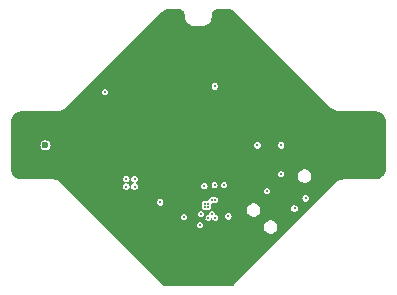
<source format=gbr>
%TF.GenerationSoftware,KiCad,Pcbnew,8.99.0-unknown-77b1d367df~178~ubuntu23.10.1*%
%TF.CreationDate,2024-10-31T14:46:16-04:00*%
%TF.ProjectId,nRF54L15_nPM2100_CR2032,6e524635-344c-4313-955f-6e504d323130,rev?*%
%TF.SameCoordinates,Original*%
%TF.FileFunction,Copper,L2,Inr*%
%TF.FilePolarity,Positive*%
%FSLAX46Y46*%
G04 Gerber Fmt 4.6, Leading zero omitted, Abs format (unit mm)*
G04 Created by KiCad (PCBNEW 8.99.0-unknown-77b1d367df~178~ubuntu23.10.1) date 2024-10-31 14:46:16*
%MOMM*%
%LPD*%
G01*
G04 APERTURE LIST*
%TA.AperFunction,ViaPad*%
%ADD10C,0.250000*%
%TD*%
%TA.AperFunction,ViaPad*%
%ADD11C,0.300000*%
%TD*%
%TA.AperFunction,ViaPad*%
%ADD12C,0.600000*%
%TD*%
G04 APERTURE END LIST*
D10*
%TO.N,GND*%
X190270000Y-63570000D03*
X189860000Y-58113800D03*
X186870000Y-61660000D03*
X186760000Y-59183800D03*
D11*
X182100000Y-51510000D03*
D10*
X185800000Y-60788800D03*
X192670000Y-58650000D03*
X193930000Y-61520000D03*
X186040000Y-61783800D03*
X194560000Y-61330000D03*
X190270000Y-65370000D03*
X189130000Y-59673800D03*
X190870000Y-59260000D03*
X188440000Y-61713800D03*
X188650000Y-62950000D03*
X189130000Y-61713800D03*
X194440000Y-59080000D03*
X188160000Y-62370000D03*
X185360000Y-59908800D03*
X195380000Y-59370000D03*
X190530000Y-61130000D03*
D11*
X183662500Y-51950000D03*
D10*
X189860000Y-58813800D03*
D12*
X190000000Y-55000000D03*
D10*
X192530000Y-60363800D03*
X185320000Y-58513800D03*
X192050000Y-59590000D03*
X190530000Y-61430000D03*
X187730000Y-61703800D03*
X185360000Y-59468800D03*
%TO.N,Net-(U1-DECA)*%
X190150000Y-61720000D03*
X188780000Y-61073800D03*
D12*
%TO.N,Net-(BT1-+)*%
X177050000Y-55000000D03*
D11*
%TO.N,VDD*%
X190500000Y-58460000D03*
X186760000Y-59823800D03*
D10*
X197000000Y-57400000D03*
D11*
X183890000Y-57850000D03*
X184590000Y-57850000D03*
X192530000Y-61003800D03*
X191400000Y-50000000D03*
D10*
%TO.N,Net-(J1-SWDIO)*%
X191430000Y-61130000D03*
D11*
X199080000Y-59480000D03*
%TO.N,Net-(J1-SWCLK)*%
X198140000Y-60340000D03*
D10*
X191130000Y-60830000D03*
%TO.N,Net-(J1-~{RESET})*%
X195810000Y-58850000D03*
X190830803Y-61130000D03*
%TO.N,Net-(U1-P1.00)*%
X192192500Y-58363800D03*
X190530000Y-60230803D03*
%TO.N,Net-(U1-P1.01)*%
X190530000Y-59930000D03*
X191367500Y-58363800D03*
%TO.N,/SDA*%
X190830801Y-59929168D03*
D11*
X183890000Y-58490000D03*
D10*
%TO.N,/SCL*%
X190830801Y-60229970D03*
D11*
X184590000Y-58490000D03*
D10*
%TO.N,/UART_TX*%
X191130000Y-59630000D03*
D11*
X195000000Y-55000000D03*
%TO.N,/UART_RX*%
X197000000Y-55000000D03*
D10*
X191430803Y-59630000D03*
%TO.N,/LED*%
X190230000Y-60830000D03*
X182100000Y-50490000D03*
%TD*%
%TA.AperFunction,Conductor*%
%TO.N,GND*%
G36*
X188253435Y-43420780D02*
G01*
X188381632Y-43435224D01*
X188395058Y-43438288D01*
X188421480Y-43447533D01*
X188513558Y-43479753D01*
X188525954Y-43485722D01*
X188632259Y-43552517D01*
X188643026Y-43561104D01*
X188731795Y-43649872D01*
X188740381Y-43660639D01*
X188807170Y-43766931D01*
X188813145Y-43779337D01*
X188815804Y-43786936D01*
X188854609Y-43897835D01*
X188857673Y-43911260D01*
X188872113Y-44039396D01*
X188872500Y-44046283D01*
X188872500Y-44136429D01*
X188906220Y-44305950D01*
X188906222Y-44305958D01*
X188972370Y-44465654D01*
X188972374Y-44465661D01*
X189068395Y-44609367D01*
X189068400Y-44609373D01*
X189190626Y-44731599D01*
X189190632Y-44731604D01*
X189334338Y-44827625D01*
X189334345Y-44827629D01*
X189334348Y-44827631D01*
X189494043Y-44893778D01*
X189663570Y-44927499D01*
X189663571Y-44927500D01*
X189663574Y-44927500D01*
X190336429Y-44927500D01*
X190336429Y-44927499D01*
X190505957Y-44893778D01*
X190665652Y-44827631D01*
X190809374Y-44731599D01*
X190931599Y-44609374D01*
X191027631Y-44465652D01*
X191093778Y-44305957D01*
X191127499Y-44136429D01*
X191127500Y-44136429D01*
X191127500Y-44046343D01*
X191127887Y-44039457D01*
X191129978Y-44020899D01*
X191142332Y-43911258D01*
X191145393Y-43897844D01*
X191186864Y-43779333D01*
X191192833Y-43766939D01*
X191259628Y-43660637D01*
X191268205Y-43649881D01*
X191356984Y-43561104D01*
X191367740Y-43552525D01*
X191474054Y-43485725D01*
X191486440Y-43479760D01*
X191604943Y-43438294D01*
X191618369Y-43435231D01*
X191746630Y-43420780D01*
X191753516Y-43420393D01*
X191779101Y-43420393D01*
X192435366Y-43420393D01*
X192435368Y-43420394D01*
X192462047Y-43420393D01*
X192466871Y-43420582D01*
X192596133Y-43430752D01*
X192605658Y-43432261D01*
X192729376Y-43461964D01*
X192738542Y-43464942D01*
X192856092Y-43513639D01*
X192864687Y-43518019D01*
X192973156Y-43584499D01*
X192980965Y-43590173D01*
X193079861Y-43674655D01*
X193083407Y-43677934D01*
X193107505Y-43702038D01*
X193107536Y-43702062D01*
X201224906Y-51819432D01*
X201225116Y-51819603D01*
X201265494Y-51859986D01*
X201371073Y-51936703D01*
X201409054Y-51964302D01*
X201409066Y-51964310D01*
X201409068Y-51964311D01*
X201409073Y-51964314D01*
X201567194Y-52044888D01*
X201567198Y-52044889D01*
X201735977Y-52099734D01*
X201911264Y-52127499D01*
X201962404Y-52127499D01*
X201962408Y-52127500D01*
X201974639Y-52127500D01*
X202000000Y-52127500D01*
X202029101Y-52127500D01*
X204970899Y-52127500D01*
X204996977Y-52127500D01*
X205003005Y-52127796D01*
X205164190Y-52143671D01*
X205176010Y-52146022D01*
X205328098Y-52192157D01*
X205339229Y-52196768D01*
X205409313Y-52234229D01*
X205479393Y-52271688D01*
X205489417Y-52278386D01*
X205612268Y-52379206D01*
X205620793Y-52387731D01*
X205721613Y-52510582D01*
X205728311Y-52520606D01*
X205803229Y-52660766D01*
X205807843Y-52671905D01*
X205853976Y-52823987D01*
X205856328Y-52835811D01*
X205872204Y-52996994D01*
X205872500Y-53003022D01*
X205872500Y-56996977D01*
X205872204Y-57003005D01*
X205856328Y-57164188D01*
X205853976Y-57176012D01*
X205807843Y-57328094D01*
X205803229Y-57339233D01*
X205728311Y-57479393D01*
X205721613Y-57489417D01*
X205620793Y-57612268D01*
X205612268Y-57620793D01*
X205489417Y-57721613D01*
X205479393Y-57728311D01*
X205339233Y-57803229D01*
X205328094Y-57807843D01*
X205176012Y-57853976D01*
X205164188Y-57856328D01*
X205003005Y-57872204D01*
X204996977Y-57872500D01*
X202383067Y-57872500D01*
X202382676Y-57872537D01*
X202325474Y-57872537D01*
X202150201Y-57900293D01*
X201981416Y-57955127D01*
X201981409Y-57955130D01*
X201823290Y-58035685D01*
X201679708Y-58139989D01*
X201679699Y-58139996D01*
X201638397Y-58181292D01*
X201638373Y-58181313D01*
X201618282Y-58201406D01*
X201618281Y-58201407D01*
X201616958Y-58202730D01*
X201598715Y-58220968D01*
X201592880Y-58226803D01*
X201592865Y-58226821D01*
X193223314Y-66596373D01*
X193223310Y-66596375D01*
X193220754Y-66598932D01*
X193220731Y-66598941D01*
X193139982Y-66679693D01*
X193035669Y-66823272D01*
X193035667Y-66823275D01*
X192988209Y-66916420D01*
X192952417Y-66946990D01*
X192933412Y-66950000D01*
X187066557Y-66950000D01*
X187023070Y-66931987D01*
X187011759Y-66916417D01*
X186964316Y-66823292D01*
X186955332Y-66810925D01*
X186860010Y-66679707D01*
X186838292Y-66657986D01*
X186821108Y-66640799D01*
X186821096Y-66640784D01*
X186794932Y-66614620D01*
X186772563Y-66592246D01*
X186772534Y-66592222D01*
X181900310Y-61719998D01*
X189892553Y-61719998D01*
X189892553Y-61720001D01*
X189912149Y-61818520D01*
X189912150Y-61818521D01*
X189967957Y-61902043D01*
X190051479Y-61957850D01*
X190149999Y-61977447D01*
X190150000Y-61977447D01*
X190150001Y-61977447D01*
X190199260Y-61967648D01*
X190248521Y-61957850D01*
X190332043Y-61902043D01*
X190374057Y-61839164D01*
X195550369Y-61839164D01*
X195550369Y-61989779D01*
X195589348Y-62135251D01*
X195589349Y-62135253D01*
X195589350Y-62135256D01*
X195664655Y-62265688D01*
X195771153Y-62372186D01*
X195901585Y-62447491D01*
X195901589Y-62447492D01*
X196047062Y-62486472D01*
X196047064Y-62486472D01*
X196197675Y-62486472D01*
X196261817Y-62469284D01*
X196343153Y-62447491D01*
X196473585Y-62372186D01*
X196580083Y-62265688D01*
X196655388Y-62135256D01*
X196670513Y-62078808D01*
X196694369Y-61989779D01*
X196694369Y-61839164D01*
X196655389Y-61693692D01*
X196655388Y-61693688D01*
X196580083Y-61563256D01*
X196473585Y-61456758D01*
X196343153Y-61381453D01*
X196343150Y-61381452D01*
X196343148Y-61381451D01*
X196197676Y-61342472D01*
X196197674Y-61342472D01*
X196047064Y-61342472D01*
X196047062Y-61342472D01*
X195901589Y-61381451D01*
X195901585Y-61381453D01*
X195771154Y-61456757D01*
X195771149Y-61456761D01*
X195664658Y-61563252D01*
X195664654Y-61563257D01*
X195589350Y-61693688D01*
X195589348Y-61693692D01*
X195550369Y-61839164D01*
X190374057Y-61839164D01*
X190387850Y-61818521D01*
X190407447Y-61720000D01*
X190402213Y-61693688D01*
X190387850Y-61621479D01*
X190332043Y-61537957D01*
X190248521Y-61482150D01*
X190248520Y-61482149D01*
X190150001Y-61462553D01*
X190149999Y-61462553D01*
X190051479Y-61482149D01*
X189967957Y-61537957D01*
X189912149Y-61621479D01*
X189892553Y-61719998D01*
X181900310Y-61719998D01*
X181254110Y-61073798D01*
X188522553Y-61073798D01*
X188522553Y-61073801D01*
X188542149Y-61172320D01*
X188560083Y-61199160D01*
X188597957Y-61255843D01*
X188636057Y-61281300D01*
X188681479Y-61311650D01*
X188779999Y-61331247D01*
X188780000Y-61331247D01*
X188780001Y-61331247D01*
X188829260Y-61321448D01*
X188878521Y-61311650D01*
X188962043Y-61255843D01*
X189017850Y-61172321D01*
X189026269Y-61129998D01*
X190573356Y-61129998D01*
X190573356Y-61130001D01*
X190592952Y-61228520D01*
X190592953Y-61228521D01*
X190648760Y-61312043D01*
X190694301Y-61342472D01*
X190732282Y-61367850D01*
X190830802Y-61387447D01*
X190830803Y-61387447D01*
X190830804Y-61387447D01*
X190880063Y-61377648D01*
X190929324Y-61367850D01*
X191012846Y-61312043D01*
X191068653Y-61228521D01*
X191070082Y-61221334D01*
X191096231Y-61182196D01*
X191142396Y-61173011D01*
X191181535Y-61199160D01*
X191190719Y-61221331D01*
X191192149Y-61228520D01*
X191192150Y-61228521D01*
X191247957Y-61312043D01*
X191293498Y-61342472D01*
X191331479Y-61367850D01*
X191429999Y-61387447D01*
X191430000Y-61387447D01*
X191430001Y-61387447D01*
X191479260Y-61377648D01*
X191528521Y-61367850D01*
X191612043Y-61312043D01*
X191667850Y-61228521D01*
X191687447Y-61130000D01*
X191681514Y-61100175D01*
X191667850Y-61031479D01*
X191653933Y-61010651D01*
X191649355Y-61003800D01*
X192248219Y-61003800D01*
X192265212Y-61100175D01*
X192265212Y-61100176D01*
X192265213Y-61100177D01*
X192265213Y-61100178D01*
X192314141Y-61184923D01*
X192314142Y-61184924D01*
X192314143Y-61184925D01*
X192389109Y-61247830D01*
X192481069Y-61281300D01*
X192578931Y-61281300D01*
X192670891Y-61247830D01*
X192745857Y-61184925D01*
X192794788Y-61100175D01*
X192811781Y-61003800D01*
X192794788Y-60907425D01*
X192785969Y-60892150D01*
X192745858Y-60822676D01*
X192745857Y-60822675D01*
X192670890Y-60759769D01*
X192578931Y-60726300D01*
X192481069Y-60726300D01*
X192466840Y-60731479D01*
X192389112Y-60759769D01*
X192389111Y-60759769D01*
X192389110Y-60759770D01*
X192346580Y-60795456D01*
X192314140Y-60822677D01*
X192265213Y-60907421D01*
X192265213Y-60907422D01*
X192265212Y-60907423D01*
X192265212Y-60907425D01*
X192248219Y-61003800D01*
X191649355Y-61003800D01*
X191612043Y-60947957D01*
X191551382Y-60907425D01*
X191528520Y-60892149D01*
X191434810Y-60873509D01*
X191395673Y-60847359D01*
X191386490Y-60825189D01*
X191367850Y-60731479D01*
X191312043Y-60647957D01*
X191228521Y-60592150D01*
X191228520Y-60592149D01*
X191130001Y-60572553D01*
X191129999Y-60572553D01*
X191031479Y-60592149D01*
X190947957Y-60647957D01*
X190892149Y-60731479D01*
X190873476Y-60825355D01*
X190847325Y-60864492D01*
X190825156Y-60873675D01*
X190732282Y-60892149D01*
X190648760Y-60947957D01*
X190592952Y-61031479D01*
X190573356Y-61129998D01*
X189026269Y-61129998D01*
X189032201Y-61100175D01*
X189037447Y-61073801D01*
X189037447Y-61073798D01*
X189017850Y-60975279D01*
X188991167Y-60935345D01*
X188962043Y-60891757D01*
X188878521Y-60835950D01*
X188878520Y-60835949D01*
X188848601Y-60829998D01*
X189972553Y-60829998D01*
X189972553Y-60830001D01*
X189992149Y-60928520D01*
X190010667Y-60956235D01*
X190047957Y-61012043D01*
X190131479Y-61067850D01*
X190229999Y-61087447D01*
X190230000Y-61087447D01*
X190230001Y-61087447D01*
X190298618Y-61073798D01*
X190328521Y-61067850D01*
X190412043Y-61012043D01*
X190467850Y-60928521D01*
X190483994Y-60847359D01*
X190487447Y-60830001D01*
X190487447Y-60829998D01*
X190467850Y-60731479D01*
X190412043Y-60647957D01*
X190328521Y-60592150D01*
X190328520Y-60592149D01*
X190230001Y-60572553D01*
X190229999Y-60572553D01*
X190131479Y-60592149D01*
X190047957Y-60647957D01*
X189992149Y-60731479D01*
X189972553Y-60829998D01*
X188848601Y-60829998D01*
X188780001Y-60816353D01*
X188779999Y-60816353D01*
X188681479Y-60835949D01*
X188597957Y-60891757D01*
X188542149Y-60975279D01*
X188522553Y-61073798D01*
X181254110Y-61073798D01*
X180004112Y-59823800D01*
X186478219Y-59823800D01*
X186495212Y-59920175D01*
X186495212Y-59920176D01*
X186495213Y-59920177D01*
X186495213Y-59920178D01*
X186544141Y-60004923D01*
X186544142Y-60004924D01*
X186544143Y-60004925D01*
X186619109Y-60067830D01*
X186711069Y-60101300D01*
X186808931Y-60101300D01*
X186900891Y-60067830D01*
X186975857Y-60004925D01*
X187019117Y-59929998D01*
X190272553Y-59929998D01*
X190272553Y-59930001D01*
X190292149Y-60028519D01*
X190303985Y-60046234D01*
X190313167Y-60092400D01*
X190303985Y-60114567D01*
X190292150Y-60132280D01*
X190292149Y-60132282D01*
X190272553Y-60230801D01*
X190272553Y-60230804D01*
X190292149Y-60329323D01*
X190292150Y-60329324D01*
X190347957Y-60412846D01*
X190430232Y-60467820D01*
X190431479Y-60468653D01*
X190529999Y-60488250D01*
X190530000Y-60488250D01*
X190530001Y-60488250D01*
X190579260Y-60478451D01*
X190628521Y-60468653D01*
X190646854Y-60456402D01*
X190693019Y-60447218D01*
X190715189Y-60456400D01*
X190732280Y-60467820D01*
X190781540Y-60477618D01*
X190830800Y-60487417D01*
X190830801Y-60487417D01*
X190830802Y-60487417D01*
X190880061Y-60477618D01*
X190929322Y-60467820D01*
X191012844Y-60412013D01*
X191019319Y-60402323D01*
X194113528Y-60402323D01*
X194113528Y-60552938D01*
X194152507Y-60698410D01*
X194152508Y-60698412D01*
X194152509Y-60698415D01*
X194227814Y-60828847D01*
X194334312Y-60935345D01*
X194464744Y-61010650D01*
X194464748Y-61010651D01*
X194610221Y-61049631D01*
X194610223Y-61049631D01*
X194760834Y-61049631D01*
X194828577Y-61031479D01*
X194906312Y-61010650D01*
X195036744Y-60935345D01*
X195143242Y-60828847D01*
X195218547Y-60698415D01*
X195247021Y-60592149D01*
X195257528Y-60552938D01*
X195257528Y-60402323D01*
X195240828Y-60340000D01*
X197858219Y-60340000D01*
X197875212Y-60436375D01*
X197875212Y-60436376D01*
X197875213Y-60436377D01*
X197875213Y-60436378D01*
X197924141Y-60521123D01*
X197924142Y-60521124D01*
X197924143Y-60521125D01*
X197999109Y-60584030D01*
X198091069Y-60617500D01*
X198188931Y-60617500D01*
X198280891Y-60584030D01*
X198355857Y-60521125D01*
X198404788Y-60436375D01*
X198421781Y-60340000D01*
X198404788Y-60243625D01*
X198396905Y-60229971D01*
X198355858Y-60158876D01*
X198355857Y-60158875D01*
X198280890Y-60095969D01*
X198188931Y-60062500D01*
X198091069Y-60062500D01*
X198044172Y-60079569D01*
X197999112Y-60095969D01*
X197999111Y-60095969D01*
X197999110Y-60095970D01*
X197977935Y-60113738D01*
X197924140Y-60158877D01*
X197875213Y-60243621D01*
X197875213Y-60243622D01*
X197875212Y-60243623D01*
X197875212Y-60243625D01*
X197858219Y-60340000D01*
X195240828Y-60340000D01*
X195218548Y-60256851D01*
X195218547Y-60256847D01*
X195143242Y-60126415D01*
X195036744Y-60019917D01*
X194906312Y-59944612D01*
X194906309Y-59944611D01*
X194906307Y-59944610D01*
X194760835Y-59905631D01*
X194760833Y-59905631D01*
X194610223Y-59905631D01*
X194610221Y-59905631D01*
X194464748Y-59944610D01*
X194464744Y-59944612D01*
X194334313Y-60019916D01*
X194334308Y-60019920D01*
X194227817Y-60126411D01*
X194227813Y-60126416D01*
X194152509Y-60256847D01*
X194152507Y-60256851D01*
X194113528Y-60402323D01*
X191019319Y-60402323D01*
X191068651Y-60328491D01*
X191085532Y-60243625D01*
X191088248Y-60229971D01*
X191088248Y-60229968D01*
X191068652Y-60131451D01*
X191065287Y-60126415D01*
X191056815Y-60113736D01*
X191047632Y-60067572D01*
X191056814Y-60045403D01*
X191068651Y-60027689D01*
X191070197Y-60019920D01*
X191087152Y-59934678D01*
X191113302Y-59895541D01*
X191135471Y-59886358D01*
X191194532Y-59874610D01*
X191228517Y-59867851D01*
X191228517Y-59867850D01*
X191228521Y-59867850D01*
X191246233Y-59856014D01*
X191292397Y-59846830D01*
X191314570Y-59856015D01*
X191332282Y-59867850D01*
X191430802Y-59887447D01*
X191430803Y-59887447D01*
X191430804Y-59887447D01*
X191480063Y-59877648D01*
X191529324Y-59867850D01*
X191612846Y-59812043D01*
X191668653Y-59728521D01*
X191682059Y-59661123D01*
X191688250Y-59630001D01*
X191688250Y-59629998D01*
X191668653Y-59531479D01*
X191634256Y-59480000D01*
X198798219Y-59480000D01*
X198815212Y-59576375D01*
X198815212Y-59576376D01*
X198815213Y-59576377D01*
X198815213Y-59576378D01*
X198864141Y-59661123D01*
X198864142Y-59661124D01*
X198864143Y-59661125D01*
X198939109Y-59724030D01*
X199031069Y-59757500D01*
X199128931Y-59757500D01*
X199220891Y-59724030D01*
X199295857Y-59661125D01*
X199344788Y-59576375D01*
X199361781Y-59480000D01*
X199344788Y-59383625D01*
X199338396Y-59372553D01*
X199295858Y-59298876D01*
X199295857Y-59298875D01*
X199220890Y-59235969D01*
X199128931Y-59202500D01*
X199031069Y-59202500D01*
X198978447Y-59221652D01*
X198939112Y-59235969D01*
X198939111Y-59235969D01*
X198939110Y-59235970D01*
X198896580Y-59271656D01*
X198864140Y-59298877D01*
X198815213Y-59383621D01*
X198815213Y-59383622D01*
X198815212Y-59383623D01*
X198815212Y-59383625D01*
X198798219Y-59480000D01*
X191634256Y-59480000D01*
X191612846Y-59447957D01*
X191529324Y-59392150D01*
X191529323Y-59392149D01*
X191430804Y-59372553D01*
X191430802Y-59372553D01*
X191332282Y-59392149D01*
X191332280Y-59392150D01*
X191314567Y-59403985D01*
X191268401Y-59413167D01*
X191246234Y-59403985D01*
X191236487Y-59397472D01*
X191228521Y-59392150D01*
X191228520Y-59392149D01*
X191228519Y-59392149D01*
X191130001Y-59372553D01*
X191129999Y-59372553D01*
X191031479Y-59392149D01*
X190947957Y-59447957D01*
X190892149Y-59531479D01*
X190873648Y-59624489D01*
X190847497Y-59663627D01*
X190825328Y-59672809D01*
X190732283Y-59691316D01*
X190732282Y-59691317D01*
X190732280Y-59691317D01*
X190732280Y-59691318D01*
X190731035Y-59692150D01*
X190713943Y-59703570D01*
X190667777Y-59712751D01*
X190645609Y-59703568D01*
X190628520Y-59692149D01*
X190530001Y-59672553D01*
X190529999Y-59672553D01*
X190431479Y-59692149D01*
X190347957Y-59747957D01*
X190292149Y-59831479D01*
X190272553Y-59929998D01*
X187019117Y-59929998D01*
X187024788Y-59920175D01*
X187041781Y-59823800D01*
X187024788Y-59727425D01*
X187004422Y-59692150D01*
X186975858Y-59642676D01*
X186975857Y-59642675D01*
X186900890Y-59579769D01*
X186808931Y-59546300D01*
X186711069Y-59546300D01*
X186658447Y-59565452D01*
X186619112Y-59579769D01*
X186619111Y-59579769D01*
X186619110Y-59579770D01*
X186576580Y-59615456D01*
X186544140Y-59642677D01*
X186495213Y-59727421D01*
X186495213Y-59727422D01*
X186495212Y-59727423D01*
X186495212Y-59727425D01*
X186478219Y-59823800D01*
X180004112Y-59823800D01*
X179030310Y-58849998D01*
X195552553Y-58849998D01*
X195552553Y-58850001D01*
X195572149Y-58948520D01*
X195572150Y-58948521D01*
X195627957Y-59032043D01*
X195711479Y-59087850D01*
X195809999Y-59107447D01*
X195810000Y-59107447D01*
X195810001Y-59107447D01*
X195859260Y-59097648D01*
X195908521Y-59087850D01*
X195992043Y-59032043D01*
X196047850Y-58948521D01*
X196067447Y-58850000D01*
X196047850Y-58751479D01*
X195992043Y-58667957D01*
X195908521Y-58612150D01*
X195908520Y-58612149D01*
X195810001Y-58592553D01*
X195809999Y-58592553D01*
X195711479Y-58612149D01*
X195627957Y-58667957D01*
X195572149Y-58751479D01*
X195552553Y-58849998D01*
X179030310Y-58849998D01*
X178412277Y-58231965D01*
X178412273Y-58231959D01*
X178401068Y-58220754D01*
X178401058Y-58220731D01*
X178320306Y-58139982D01*
X178212506Y-58061663D01*
X178176728Y-58035669D01*
X178176725Y-58035667D01*
X178018593Y-57955098D01*
X177849811Y-57900260D01*
X177732950Y-57881752D01*
X177674521Y-57872499D01*
X177674520Y-57872499D01*
X177585784Y-57872500D01*
X175003023Y-57872500D01*
X174996995Y-57872204D01*
X174835811Y-57856328D01*
X174823987Y-57853976D01*
X174810880Y-57850000D01*
X183608219Y-57850000D01*
X183625212Y-57946375D01*
X183625212Y-57946376D01*
X183625213Y-57946377D01*
X183625213Y-57946378D01*
X183674141Y-58031123D01*
X183674142Y-58031124D01*
X183749109Y-58094030D01*
X183799056Y-58112209D01*
X183833760Y-58144009D01*
X183835813Y-58191034D01*
X183804013Y-58225738D01*
X183799056Y-58227791D01*
X183749112Y-58245968D01*
X183674140Y-58308877D01*
X183625213Y-58393621D01*
X183625213Y-58393622D01*
X183625212Y-58393623D01*
X183625212Y-58393625D01*
X183608219Y-58490000D01*
X183625212Y-58586375D01*
X183625212Y-58586376D01*
X183625213Y-58586377D01*
X183625213Y-58586378D01*
X183674141Y-58671123D01*
X183674142Y-58671124D01*
X183674143Y-58671125D01*
X183749109Y-58734030D01*
X183841069Y-58767500D01*
X183938931Y-58767500D01*
X184030891Y-58734030D01*
X184105857Y-58671125D01*
X184154788Y-58586375D01*
X184171781Y-58490000D01*
X184154788Y-58393625D01*
X184137569Y-58363801D01*
X184105858Y-58308876D01*
X184105857Y-58308875D01*
X184030890Y-58245969D01*
X183980944Y-58227791D01*
X183946239Y-58195992D01*
X183944186Y-58148967D01*
X183975985Y-58114262D01*
X183980944Y-58112209D01*
X183997033Y-58106353D01*
X184030891Y-58094030D01*
X184105857Y-58031125D01*
X184154788Y-57946375D01*
X184171781Y-57850000D01*
X184308219Y-57850000D01*
X184325212Y-57946375D01*
X184325212Y-57946376D01*
X184325213Y-57946377D01*
X184325213Y-57946378D01*
X184374141Y-58031123D01*
X184374142Y-58031124D01*
X184449109Y-58094030D01*
X184499056Y-58112209D01*
X184533760Y-58144009D01*
X184535813Y-58191034D01*
X184504013Y-58225738D01*
X184499056Y-58227791D01*
X184449112Y-58245968D01*
X184374140Y-58308877D01*
X184325213Y-58393621D01*
X184325213Y-58393622D01*
X184325212Y-58393623D01*
X184325212Y-58393625D01*
X184308219Y-58490000D01*
X184325212Y-58586375D01*
X184325212Y-58586376D01*
X184325213Y-58586377D01*
X184325213Y-58586378D01*
X184374141Y-58671123D01*
X184374142Y-58671124D01*
X184374143Y-58671125D01*
X184449109Y-58734030D01*
X184541069Y-58767500D01*
X184638931Y-58767500D01*
X184730891Y-58734030D01*
X184805857Y-58671125D01*
X184854788Y-58586375D01*
X184871781Y-58490000D01*
X184866491Y-58460000D01*
X190218219Y-58460000D01*
X190235212Y-58556375D01*
X190235212Y-58556376D01*
X190235213Y-58556377D01*
X190235213Y-58556378D01*
X190284141Y-58641123D01*
X190284142Y-58641124D01*
X190284143Y-58641125D01*
X190359109Y-58704030D01*
X190451069Y-58737500D01*
X190548931Y-58737500D01*
X190640891Y-58704030D01*
X190715857Y-58641125D01*
X190764788Y-58556375D01*
X190781781Y-58460000D01*
X190764819Y-58363798D01*
X191110053Y-58363798D01*
X191110053Y-58363801D01*
X191129649Y-58462320D01*
X191129650Y-58462321D01*
X191185457Y-58545843D01*
X191246121Y-58586377D01*
X191268979Y-58601650D01*
X191367499Y-58621247D01*
X191367500Y-58621247D01*
X191367501Y-58621247D01*
X191416760Y-58611448D01*
X191466021Y-58601650D01*
X191549543Y-58545843D01*
X191605350Y-58462321D01*
X191615148Y-58413060D01*
X191624947Y-58363801D01*
X191624947Y-58363798D01*
X191935053Y-58363798D01*
X191935053Y-58363801D01*
X191954649Y-58462320D01*
X191954650Y-58462321D01*
X192010457Y-58545843D01*
X192071121Y-58586377D01*
X192093979Y-58601650D01*
X192192499Y-58621247D01*
X192192500Y-58621247D01*
X192192501Y-58621247D01*
X192241760Y-58611448D01*
X192291021Y-58601650D01*
X192374543Y-58545843D01*
X192430350Y-58462321D01*
X192440148Y-58413060D01*
X192449947Y-58363801D01*
X192449947Y-58363798D01*
X192430350Y-58265279D01*
X192417448Y-58245970D01*
X192374543Y-58181757D01*
X192312022Y-58139982D01*
X192291020Y-58125949D01*
X192192501Y-58106353D01*
X192192499Y-58106353D01*
X192093979Y-58125949D01*
X192010457Y-58181757D01*
X191954649Y-58265279D01*
X191935053Y-58363798D01*
X191624947Y-58363798D01*
X191605350Y-58265279D01*
X191592448Y-58245970D01*
X191549543Y-58181757D01*
X191487022Y-58139982D01*
X191466020Y-58125949D01*
X191367501Y-58106353D01*
X191367499Y-58106353D01*
X191268979Y-58125949D01*
X191185457Y-58181757D01*
X191129649Y-58265279D01*
X191110053Y-58363798D01*
X190764819Y-58363798D01*
X190764788Y-58363625D01*
X190733179Y-58308877D01*
X190715858Y-58278876D01*
X190715857Y-58278875D01*
X190640890Y-58215969D01*
X190548931Y-58182500D01*
X190451069Y-58182500D01*
X190427622Y-58191034D01*
X190359112Y-58215969D01*
X190359111Y-58215969D01*
X190359110Y-58215970D01*
X190340048Y-58231965D01*
X190284140Y-58278877D01*
X190235213Y-58363621D01*
X190235213Y-58363622D01*
X190235212Y-58363623D01*
X190235212Y-58363625D01*
X190218219Y-58460000D01*
X184866491Y-58460000D01*
X184854788Y-58393625D01*
X184837569Y-58363801D01*
X184805858Y-58308876D01*
X184805857Y-58308875D01*
X184730890Y-58245969D01*
X184680944Y-58227791D01*
X184646239Y-58195992D01*
X184644186Y-58148967D01*
X184675985Y-58114262D01*
X184680944Y-58112209D01*
X184697033Y-58106353D01*
X184730891Y-58094030D01*
X184805857Y-58031125D01*
X184854788Y-57946375D01*
X184871781Y-57850000D01*
X184854788Y-57753625D01*
X184811851Y-57679256D01*
X184805858Y-57668876D01*
X184805857Y-57668875D01*
X184730890Y-57605969D01*
X184638931Y-57572500D01*
X184541069Y-57572500D01*
X184514850Y-57582043D01*
X184449112Y-57605969D01*
X184449111Y-57605969D01*
X184449110Y-57605970D01*
X184431445Y-57620793D01*
X184374140Y-57668877D01*
X184325213Y-57753621D01*
X184325213Y-57753622D01*
X184325212Y-57753623D01*
X184325212Y-57753625D01*
X184308219Y-57850000D01*
X184171781Y-57850000D01*
X184154788Y-57753625D01*
X184111851Y-57679256D01*
X184105858Y-57668876D01*
X184105857Y-57668875D01*
X184030890Y-57605969D01*
X183938931Y-57572500D01*
X183841069Y-57572500D01*
X183814850Y-57582043D01*
X183749112Y-57605969D01*
X183749111Y-57605969D01*
X183749110Y-57605970D01*
X183731445Y-57620793D01*
X183674140Y-57668877D01*
X183625213Y-57753621D01*
X183625213Y-57753622D01*
X183625212Y-57753623D01*
X183625212Y-57753625D01*
X183608219Y-57850000D01*
X174810880Y-57850000D01*
X174671905Y-57807843D01*
X174660766Y-57803229D01*
X174520606Y-57728311D01*
X174510582Y-57721613D01*
X174387731Y-57620793D01*
X174379206Y-57612268D01*
X174278386Y-57489417D01*
X174271688Y-57479393D01*
X174229250Y-57399998D01*
X196742553Y-57399998D01*
X196742553Y-57400001D01*
X196762149Y-57498520D01*
X196762150Y-57498521D01*
X196817957Y-57582043D01*
X196901479Y-57637850D01*
X196999999Y-57657447D01*
X197000000Y-57657447D01*
X197000001Y-57657447D01*
X197049260Y-57647648D01*
X197098521Y-57637850D01*
X197182043Y-57582043D01*
X197217725Y-57528641D01*
X198424051Y-57528641D01*
X198424051Y-57679256D01*
X198463030Y-57824728D01*
X198463031Y-57824730D01*
X198463032Y-57824733D01*
X198538337Y-57955165D01*
X198644835Y-58061663D01*
X198775267Y-58136968D01*
X198775271Y-58136969D01*
X198920744Y-58175949D01*
X198920746Y-58175949D01*
X199071357Y-58175949D01*
X199172054Y-58148967D01*
X199216835Y-58136968D01*
X199347267Y-58061663D01*
X199453765Y-57955165D01*
X199529070Y-57824733D01*
X199548124Y-57753622D01*
X199568051Y-57679256D01*
X199568051Y-57528641D01*
X199529071Y-57383169D01*
X199529070Y-57383165D01*
X199453765Y-57252733D01*
X199347267Y-57146235D01*
X199216835Y-57070930D01*
X199216832Y-57070929D01*
X199216830Y-57070928D01*
X199071358Y-57031949D01*
X199071356Y-57031949D01*
X198920746Y-57031949D01*
X198920744Y-57031949D01*
X198775271Y-57070928D01*
X198775267Y-57070930D01*
X198644836Y-57146234D01*
X198644831Y-57146238D01*
X198538340Y-57252729D01*
X198538336Y-57252734D01*
X198463032Y-57383165D01*
X198463030Y-57383169D01*
X198424051Y-57528641D01*
X197217725Y-57528641D01*
X197237850Y-57498521D01*
X197257447Y-57400000D01*
X197254098Y-57383165D01*
X197237850Y-57301479D01*
X197232140Y-57292933D01*
X197182043Y-57217957D01*
X197110593Y-57170216D01*
X197098520Y-57162149D01*
X197000001Y-57142553D01*
X196999999Y-57142553D01*
X196901479Y-57162149D01*
X196817957Y-57217957D01*
X196762149Y-57301479D01*
X196742553Y-57399998D01*
X174229250Y-57399998D01*
X174220255Y-57383169D01*
X174196768Y-57339229D01*
X174192157Y-57328098D01*
X174146022Y-57176010D01*
X174143671Y-57164188D01*
X174143470Y-57162150D01*
X174127796Y-57003005D01*
X174127500Y-56996977D01*
X174127500Y-55000000D01*
X176618104Y-55000000D01*
X176635599Y-55121679D01*
X176635600Y-55121683D01*
X176686665Y-55233499D01*
X176686668Y-55233504D01*
X176695789Y-55244030D01*
X176767168Y-55326405D01*
X176870584Y-55392866D01*
X176988535Y-55427500D01*
X176988536Y-55427500D01*
X177111464Y-55427500D01*
X177111465Y-55427500D01*
X177229416Y-55392866D01*
X177332832Y-55326405D01*
X177413334Y-55233501D01*
X177464401Y-55121679D01*
X177481896Y-55000000D01*
X194718219Y-55000000D01*
X194735212Y-55096375D01*
X194735212Y-55096376D01*
X194735213Y-55096377D01*
X194735213Y-55096378D01*
X194784141Y-55181123D01*
X194784142Y-55181124D01*
X194784143Y-55181125D01*
X194859109Y-55244030D01*
X194951069Y-55277500D01*
X195048931Y-55277500D01*
X195140891Y-55244030D01*
X195215857Y-55181125D01*
X195264788Y-55096375D01*
X195281781Y-55000000D01*
X196718219Y-55000000D01*
X196735212Y-55096375D01*
X196735212Y-55096376D01*
X196735213Y-55096377D01*
X196735213Y-55096378D01*
X196784141Y-55181123D01*
X196784142Y-55181124D01*
X196784143Y-55181125D01*
X196859109Y-55244030D01*
X196951069Y-55277500D01*
X197048931Y-55277500D01*
X197140891Y-55244030D01*
X197215857Y-55181125D01*
X197264788Y-55096375D01*
X197281781Y-55000000D01*
X197264788Y-54903625D01*
X197250176Y-54878316D01*
X197215858Y-54818876D01*
X197215857Y-54818875D01*
X197140890Y-54755969D01*
X197048931Y-54722500D01*
X196951069Y-54722500D01*
X196898447Y-54741652D01*
X196859112Y-54755969D01*
X196859111Y-54755969D01*
X196859110Y-54755970D01*
X196846561Y-54766500D01*
X196784140Y-54818877D01*
X196735213Y-54903621D01*
X196735213Y-54903622D01*
X196735212Y-54903623D01*
X196735212Y-54903625D01*
X196718219Y-55000000D01*
X195281781Y-55000000D01*
X195264788Y-54903625D01*
X195250176Y-54878316D01*
X195215858Y-54818876D01*
X195215857Y-54818875D01*
X195140890Y-54755969D01*
X195048931Y-54722500D01*
X194951069Y-54722500D01*
X194898447Y-54741652D01*
X194859112Y-54755969D01*
X194859111Y-54755969D01*
X194859110Y-54755970D01*
X194846561Y-54766500D01*
X194784140Y-54818877D01*
X194735213Y-54903621D01*
X194735213Y-54903622D01*
X194735212Y-54903623D01*
X194735212Y-54903625D01*
X194718219Y-55000000D01*
X177481896Y-55000000D01*
X177464401Y-54878321D01*
X177413334Y-54766499D01*
X177332832Y-54673595D01*
X177332830Y-54673594D01*
X177332828Y-54673592D01*
X177229418Y-54607135D01*
X177229413Y-54607133D01*
X177195375Y-54597138D01*
X177111465Y-54572500D01*
X176988535Y-54572500D01*
X176939505Y-54586896D01*
X176870586Y-54607133D01*
X176870581Y-54607135D01*
X176767171Y-54673592D01*
X176767166Y-54673596D01*
X176686668Y-54766495D01*
X176686665Y-54766500D01*
X176635600Y-54878316D01*
X176635599Y-54878320D01*
X176618104Y-55000000D01*
X174127500Y-55000000D01*
X174127500Y-53003022D01*
X174127796Y-52996994D01*
X174129998Y-52974639D01*
X174143671Y-52835807D01*
X174146023Y-52823987D01*
X174192159Y-52671897D01*
X174196766Y-52660773D01*
X174271688Y-52520604D01*
X174278386Y-52510582D01*
X174379209Y-52387727D01*
X174387727Y-52379209D01*
X174510583Y-52278385D01*
X174520606Y-52271688D01*
X174660773Y-52196766D01*
X174671897Y-52192159D01*
X174823991Y-52146022D01*
X174835807Y-52143671D01*
X174996995Y-52127796D01*
X175003023Y-52127500D01*
X175029101Y-52127500D01*
X177963739Y-52127500D01*
X177963773Y-52127503D01*
X177970910Y-52127502D01*
X177970912Y-52127503D01*
X178000013Y-52127500D01*
X178025361Y-52127500D01*
X178031714Y-52127500D01*
X178031902Y-52127479D01*
X178088744Y-52127476D01*
X178264020Y-52099706D01*
X178432797Y-52044866D01*
X178590920Y-51964307D01*
X178734500Y-51860011D01*
X178774665Y-51819854D01*
X178774691Y-51819834D01*
X178779328Y-51815196D01*
X178779330Y-51815196D01*
X178797290Y-51797236D01*
X178817831Y-51776701D01*
X178817831Y-51776700D01*
X178823206Y-51771327D01*
X178823234Y-51771290D01*
X180104526Y-50489998D01*
X181842553Y-50489998D01*
X181842553Y-50490001D01*
X181862149Y-50588520D01*
X181862150Y-50588521D01*
X181917957Y-50672043D01*
X182001479Y-50727850D01*
X182099999Y-50747447D01*
X182100000Y-50747447D01*
X182100001Y-50747447D01*
X182149260Y-50737648D01*
X182198521Y-50727850D01*
X182282043Y-50672043D01*
X182337850Y-50588521D01*
X182357447Y-50490000D01*
X182337850Y-50391479D01*
X182282043Y-50307957D01*
X182198521Y-50252150D01*
X182198520Y-50252149D01*
X182100001Y-50232553D01*
X182099999Y-50232553D01*
X182001479Y-50252149D01*
X181917957Y-50307957D01*
X181862149Y-50391479D01*
X181842553Y-50489998D01*
X180104526Y-50489998D01*
X180594524Y-50000000D01*
X191118219Y-50000000D01*
X191135212Y-50096375D01*
X191135212Y-50096376D01*
X191135213Y-50096377D01*
X191135213Y-50096378D01*
X191184141Y-50181123D01*
X191184142Y-50181124D01*
X191184143Y-50181125D01*
X191259109Y-50244030D01*
X191351069Y-50277500D01*
X191448931Y-50277500D01*
X191540891Y-50244030D01*
X191615857Y-50181125D01*
X191664788Y-50096375D01*
X191681781Y-50000000D01*
X191664788Y-49903625D01*
X191664786Y-49903621D01*
X191615858Y-49818876D01*
X191615857Y-49818875D01*
X191540890Y-49755969D01*
X191448931Y-49722500D01*
X191351069Y-49722500D01*
X191298447Y-49741652D01*
X191259112Y-49755969D01*
X191259111Y-49755969D01*
X191259110Y-49755970D01*
X191216580Y-49791656D01*
X191184140Y-49818877D01*
X191135213Y-49903621D01*
X191135213Y-49903622D01*
X191135212Y-49903623D01*
X191135212Y-49903625D01*
X191118219Y-50000000D01*
X180594524Y-50000000D01*
X186916877Y-43677648D01*
X186920397Y-43674394D01*
X187019022Y-43590164D01*
X187026812Y-43584505D01*
X187135314Y-43518014D01*
X187143892Y-43513644D01*
X187261452Y-43464946D01*
X187270629Y-43461965D01*
X187394347Y-43432258D01*
X187403873Y-43430749D01*
X187509625Y-43422420D01*
X187532953Y-43420583D01*
X187537782Y-43420393D01*
X188220899Y-43420393D01*
X188246549Y-43420393D01*
X188253435Y-43420780D01*
G37*
%TD.AperFunction*%
%TD*%
M02*

</source>
